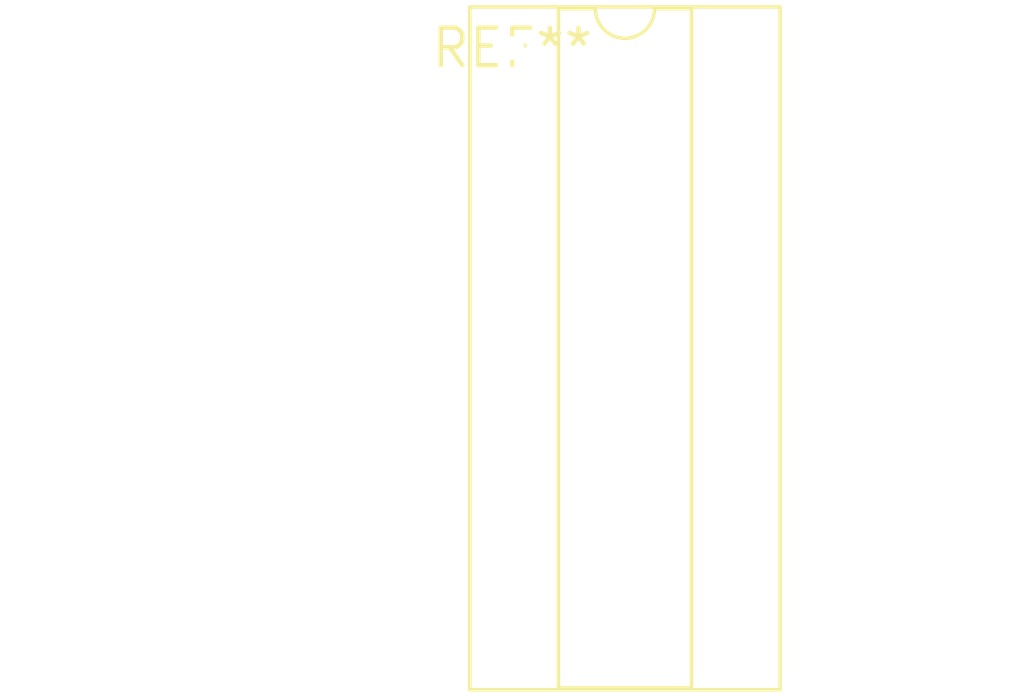
<source format=kicad_pcb>
(kicad_pcb (version 20240108) (generator pcbnew)
  (layers (0 "F.Cu" signal) (31 "B.Cu" signal) (34 "B.Paste" user) (35 "F.Paste" user) (36 "B.SilkS" user "B.Silkscreen") (37 "F.SilkS" user "F.Silkscreen") (38 "B.Mask" user) (39 "F.Mask" user) (44 "Edge.Cuts" user))
  (net 0 "")
  (footprint "DIP-18_W7.62mm_Socket_LongPads" (layer "F.Cu") (at 0 0)
    (property "Reference" "REF**")
    (property "Value" "DIP-18_W7.62mm_Socket_LongPads")
    (fp_line (start -1.44 -1.39) (end -1.44 21.71) (layer "F.SilkS") (stroke (width 0.12)))
    (fp_line (start -1.44 21.71) (end 9.06 21.71) (layer "F.SilkS") (stroke (width 0.12)))
    (fp_line (start 1.56 -1.33) (end 1.56 21.65) (layer "F.SilkS") (stroke (width 0.12)))
    (fp_line (start 1.56 21.65) (end 6.06 21.65) (layer "F.SilkS") (stroke (width 0.12)))
    (fp_line (start 2.81 -1.33) (end 1.56 -1.33) (layer "F.SilkS") (stroke (width 0.12)))
    (fp_line (start 6.06 -1.33) (end 4.81 -1.33) (layer "F.SilkS") (stroke (width 0.12)))
    (fp_line (start 6.06 21.65) (end 6.06 -1.33) (layer "F.SilkS") (stroke (width 0.12)))
    (fp_line (start 9.06 -1.39) (end -1.44 -1.39) (layer "F.SilkS") (stroke (width 0.12)))
    (fp_line (start 9.06 21.71) (end 9.06 -1.39) (layer "F.SilkS") (stroke (width 0.12)))
    (fp_arc (start 4.81 -1.33) (mid 3.81 -0.33) (end 2.81 -1.33) (layer "F.SilkS") (stroke (width 0.12)))
    (pad "1" thru_hole rect (at 0 0) (size 2.4 1.6) (drill 0.8) (layers *.Cu *.Mask) (remove_unused_layers))
    (pad "2" thru_hole oval (at 0 2.54) (size 2.4 1.6) (drill 0.8) (layers *.Cu *.Mask) (remove_unused_layers))
    (pad "3" thru_hole oval (at 0 5.08) (size 2.4 1.6) (drill 0.8) (layers *.Cu *.Mask) (remove_unused_layers))
    (pad "4" thru_hole oval (at 0 7.62) (size 2.4 1.6) (drill 0.8) (layers *.Cu *.Mask) (remove_unused_layers))
    (pad "5" thru_hole oval (at 0 10.16) (size 2.4 1.6) (drill 0.8) (layers *.Cu *.Mask) (remove_unused_layers))
    (pad "6" thru_hole oval (at 0 12.7) (size 2.4 1.6) (drill 0.8) (layers *.Cu *.Mask) (remove_unused_layers))
    (pad "7" thru_hole oval (at 0 15.24) (size 2.4 1.6) (drill 0.8) (layers *.Cu *.Mask) (remove_unused_layers))
    (pad "8" thru_hole oval (at 0 17.78) (size 2.4 1.6) (drill 0.8) (layers *.Cu *.Mask) (remove_unused_layers))
    (pad "9" thru_hole oval (at 0 20.32) (size 2.4 1.6) (drill 0.8) (layers *.Cu *.Mask) (remove_unused_layers))
    (pad "10" thru_hole oval (at 7.62 20.32) (size 2.4 1.6) (drill 0.8) (layers *.Cu *.Mask) (remove_unused_layers))
    (pad "11" thru_hole oval (at 7.62 17.78) (size 2.4 1.6) (drill 0.8) (layers *.Cu *.Mask) (remove_unused_layers))
    (pad "12" thru_hole oval (at 7.62 15.24) (size 2.4 1.6) (drill 0.8) (layers *.Cu *.Mask) (remove_unused_layers))
    (pad "13" thru_hole oval (at 7.62 12.7) (size 2.4 1.6) (drill 0.8) (layers *.Cu *.Mask) (remove_unused_layers))
    (pad "14" thru_hole oval (at 7.62 10.16) (size 2.4 1.6) (drill 0.8) (layers *.Cu *.Mask) (remove_unused_layers))
    (pad "15" thru_hole oval (at 7.62 7.62) (size 2.4 1.6) (drill 0.8) (layers *.Cu *.Mask) (remove_unused_layers))
    (pad "16" thru_hole oval (at 7.62 5.08) (size 2.4 1.6) (drill 0.8) (layers *.Cu *.Mask) (remove_unused_layers))
    (pad "17" thru_hole oval (at 7.62 2.54) (size 2.4 1.6) (drill 0.8) (layers *.Cu *.Mask) (remove_unused_layers))
    (pad "18" thru_hole oval (at 7.62 0) (size 2.4 1.6) (drill 0.8) (layers *.Cu *.Mask) (remove_unused_layers))
  )
)
</source>
